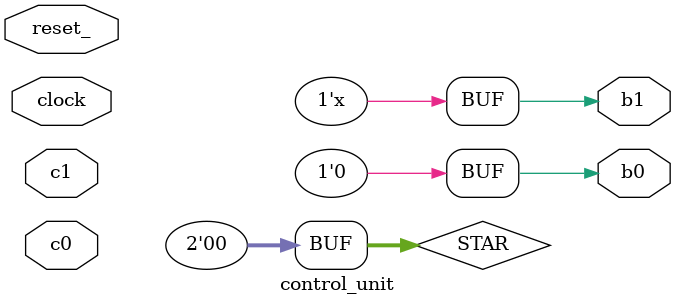
<source format=v>
module impulse_generator(reset_, clock, numero, out, soc, eoc);
	input reset_, clock;
	input[7:0] numero;
	output out;
	output soc;
	input eoc;
	
	data_path dp(reset_, clock, numero, out, soc, eoc, b1, b0, c1, c0);
	control_unit cu(reset_, clock, b1, b0, c1, c0);
endmodule

module data_path(reset_, clock, numero, out, soc, eoc, b1, b0, c1, c0);
	input reset_, clock;
	input[7:0] numero;
	output out;
	output soc;
	input eoc;

	input b1, b0;
	output c1, c0;

	reg[7:0] COUNT;

	reg SOC;
	assign soc = SOC;
	
	reg OUT;
	assign out = OUT;

	always @(reset_ == 0) #1 begin
		SOC <= 0;
		OUT <= 0;
	end

	always @(posedge clock) if(reset_ == 1) #3 begin
		casex({b1, b0})
			'B?0: begin
				COUNT <= COUNT;
				SOC <= 1;
				OUT <= 0;
			end
			'B01: begin
				COUNT <= numero;
				SOC <= 0;
				OUT <= OUT;
			end
			'B11: begin
				COUNT <= COUNT - 1;
				SOC <= SOC;
				OUT <= 1;
			end
		endcase
	end

	assign c0 = eoc == 1;
	assign c1 = COUNT == 1;
endmodule

module control_unit(reset_, clock, b1, b0, c1, c0);
	input reset_, clock;

	output b1, b0;
	input c1, c0;

	reg[1:0] STAR;
	localparam
		s0 = 'B00,
		s1 = 'B01,
		s2 = 'B10;

	always @(reset_ == 0) #3 begin
		STAR <= s0;
	end
	
	always @(posedge clock) if(reset_ == 1) #3 begin
		casex(STAR)
			s0: begin
				STAR <= c0 ? s0 : s1;
			end
			s1: begin
				STAR <= c0 ? s2 : s1;
			end
			s2: begin
				STAR <= c1 ? s0 : s2;
			end
		endcase
	end
	
	assign {b1, b0} = (STAR == s0) ? 'BX0: 
										(STAR == s1) ? 'B01 : 'B11;
endmodule

// module impulse_generator(reset_, clock, numero, out, soc, eoc);
// 	input reset_, clock;
// 	input[7:0] numero;
// 	
// 	reg OUT;
// 	output out;
// 	assign out = OUT;
// 
// 	// handshake
// 	input eoc;
// 	reg SOC;
// 	output soc;
// 	assign soc = SOC;
// 
// 	// registri
// 	reg[7:0] COUNT;
// 	reg[1:0] STAR;
// 	localparam
// 		s0 = 'B00,
// 		s1 = 'B01,
// 		s2 = 'B10;
// 	
// 	// COUNT
// 	wire b1, b0;
// 	assign {b1, b0} = (STAR == s0) ? 'BX0: 
// 										(STAR == s1) ? 'B01 : 'B11;
// 
// 	always @(posedge clock) if(reset_ == 1) #3 begin
// 		casex({b1, b0})
// 			'B?0: begin
// 				COUNT <= COUNT;
// 			end
// 			'B01: begin
// 				COUNT <= numero;
// 			end
// 			'B11: begin
// 				COUNT <= COUNT - 1;
// 			end
// 		endcase
// 	end
// 	
// 	// SOC
// 	always @(reset_ == 0) #1 begin
// 		SOC <= 0;
// 	end
// 
// 	always @(posedge clock) if(reset_ == 1) #3 begin
// 		casex({b1, b0})
// 			'B?0: begin
// 				SOC <= 1;
// 			end
// 			'B01: begin
// 				SOC <= 0;
// 			end
// 			'B11: begin
// 				SOC <= SOC;
// 			end
// 		endcase
// 	end
// 	
// 	// OUT
// 	always @(reset_ == 0) #1 begin
// 		OUT <= 0;
// 	end
// 
// 	always @(posedge clock) if(reset_ == 1) #3 begin
// 		casex({b1, b0})
// 			'B?0: begin
// 				OUT <= 0;
// 			end
// 			'B01: begin
// 				OUT <= OUT;
// 			end
// 			'B11: begin
// 				OUT <= 1;
// 			end
// 		endcase
// 	end
// 	
// 	// STAR
// 	wire c0 = eoc == 1;
// 	wire c1 = COUNT == 1;
// 
// 	always @(reset_ == 0) #1 begin
// 		STAR <= s0;
// 	end
// 
// 	always @(posedge clock) if(reset_ == 1) #3 begin
// 		casex(STAR)
// 			s0: begin
// 				STAR <= (~c0) ? s1 : s0;
// 			end
// 			s1: begin
// 				STAR <= (c0) ? s2 : s1;
// 			end
// 			s2: begin
// 				STAR <= (c1) ? s0 : s2;
// 			end
// 		endcase
// 	end
// endmodule

</source>
